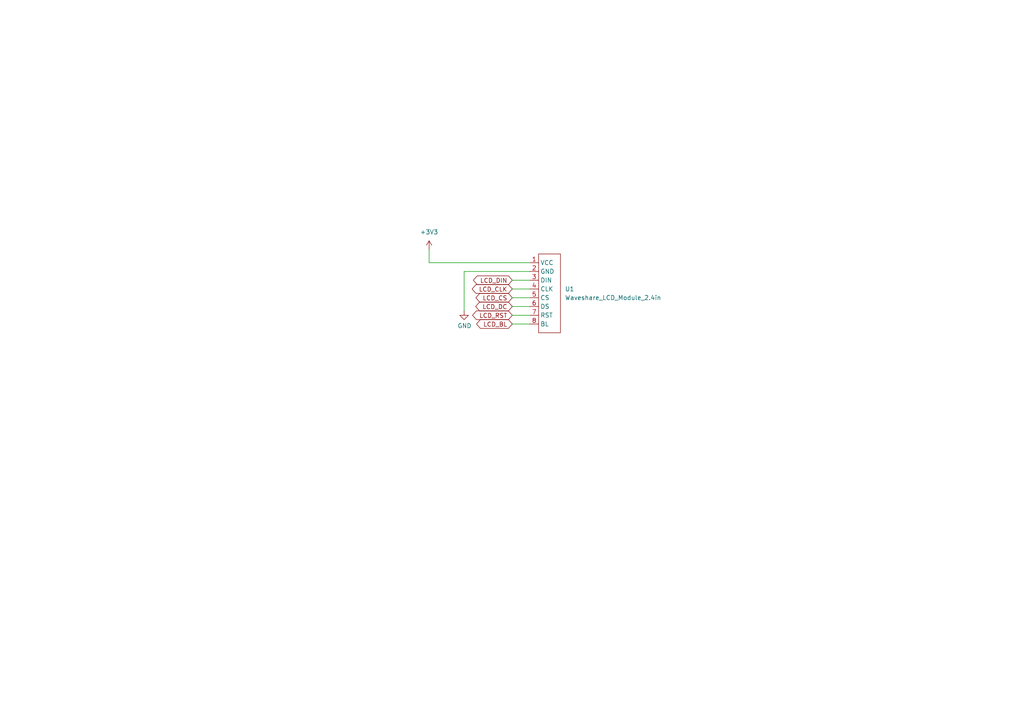
<source format=kicad_sch>
(kicad_sch (version 20230121) (generator eeschema)
  (paper "A4")
  (title_block (title "Crane V2.0 Rev A"))
  (lib_symbols
    (symbol "Waveshare_LCD_Module:Waveshare_LCD_Module_2.4in"
      (property "Reference" "U" (at 0 0 0))
      (property "Value" "Waveshare_LCD_Module_2.4in" (at 0 0 0))
      (symbol "Waveshare_LCD_Module_2.4in_0_1"
        (rectangle (start 0 -1.27) (end 6.35 -24.13))
      )
      (symbol "Waveshare_LCD_Module_2.4in_1_1"
        (pin bidirectional line (at -2.54 -3.81 0) (length 2.54) (name "VCC") (number "1"))
        (pin bidirectional line (at -2.54 -6.35 0) (length 2.54) (name "GND") (number "2"))
        (pin bidirectional line (at -2.54 -8.89 0) (length 2.54) (name "DIN") (number "3"))
        (pin bidirectional line (at -2.54 -11.43 0) (length 2.54) (name "CLK") (number "4"))
        (pin bidirectional line (at -2.54 -13.97 0) (length 2.54) (name "CS") (number "5"))
        (pin bidirectional line (at -2.54 -16.51 0) (length 2.54) (name "DS") (number "6"))
        (pin bidirectional line (at -2.54 -19.05 0) (length 2.54) (name "RST") (number "7"))
        (pin bidirectional line (at -2.54 -21.59 0) (length 2.54) (name "BL") (number "8"))
      )
    )
    (symbol "power:+3.3V" (power) (pin_names (offset 0))
      (property "Value" "+3.3V" (at 0 3.556 0))
      (symbol "+3.3V_0_1"
        (polyline (pts (xy -0.762 1.27) (xy 0 2.54)))
        (polyline (pts (xy 0 0) (xy 0 2.54)))
        (polyline (pts (xy 0 2.54) (xy 0.762 1.27)))
      )
      (symbol "+3.3V_1_1"
        (pin power_in line (at 0 0 90) (length 0) hide (name "+3V3") (number "1"))
      )
    )
    (symbol "power:GND" (power) (pin_names (offset 0))
      (property "Value" "GND" (at 0 -3.81 0))
      (symbol "GND_0_1"
        (polyline (pts (xy 0 0) (xy 0 -1.27) (xy 1.27 -1.27) (xy 0 -2.54) (xy -1.27 -1.27) (xy 0 -1.27)))
      )
      (symbol "GND_1_1"
        (pin power_in line (at 0 0 270) (length 0) hide (name "GND") (number "1"))
      )
    )
  )
  (wire (pts (xy 148.59 93.98) (xy 153.67 93.98)))
  (wire (pts (xy 124.46 72.39) (xy 124.46 76.2)))
  (wire (pts (xy 148.59 91.44) (xy 153.67 91.44)))
  (wire (pts (xy 148.59 88.9) (xy 153.67 88.9)))
  (wire (pts (xy 124.46 76.2) (xy 153.67 76.2)))
  (wire (pts (xy 148.59 86.36) (xy 153.67 86.36)))
  (wire (pts (xy 153.67 78.74) (xy 134.62 78.74)))
  (wire (pts (xy 148.59 83.82) (xy 153.67 83.82)))
  (wire (pts (xy 148.59 81.28) (xy 153.67 81.28)))
  (wire (pts (xy 134.62 78.74) (xy 134.62 90.17)))
  (global_label "LCD_DIN" (shape bidirectional) (at 148.59 81.28 180) (property "Intersheetrefs" "${INTERSHEET_REFS}" (effects hide)))
  (global_label "LCD_BL" (shape bidirectional) (at 148.59 93.98 180) (property "Intersheetrefs" "${INTERSHEET_REFS}" (effects hide)))
  (global_label "LCD_RST" (shape bidirectional) (at 148.59 91.44 180) (property "Intersheetrefs" "${INTERSHEET_REFS}" (effects hide)))
  (global_label "LCD_DC" (shape bidirectional) (at 148.59 88.9 180) (property "Intersheetrefs" "${INTERSHEET_REFS}" (effects hide)))
  (global_label "LCD_CLK" (shape bidirectional) (at 148.59 83.82 180) (property "Intersheetrefs" "${INTERSHEET_REFS}" (effects hide)))
  (global_label "LCD_CS" (shape bidirectional) (at 148.59 86.36 180) (property "Intersheetrefs" "${INTERSHEET_REFS}" (effects hide)))
  (symbol (lib_id "power:+3.3V") (at 124.46 72.39 0) (unit 1)
    (property "Reference" "#PWR011" (effects hide))
    (property "Value" "+3.3V" (at 124.46 67.31 0))
    (instances (project "hoatzin" (path "" (reference "#PWR011") (unit 1))) (project "crane" (path "" (reference "#PWR016") (unit 1)) (path "" (reference "#PWR032") (unit 1))))
  )
  (symbol (lib_id "power:GND") (at 134.62 90.17 0) (unit 1)
    (property "Reference" "#PWR011" (effects hide))
    (property "Value" "GND" (at 134.7343 94.4944 0))
  )
  (symbol (lib_id "Waveshare_LCD_Module:Waveshare_LCD_Module_2.4in") (at 156.21 72.39 0) (unit 1)
    (property "Reference" "U1" (at 163.83 83.8199 0) (effects (justify left)))
    (property "Value" "Waveshare_LCD_Module_2.4in" (at 163.83 86.3599 0) (effects (justify left)))
    (property "Footprint" "Waveshare_LCD_Module:Waveshare_LCD_Module_2_4in" (effects hide))
  )
)
</source>
